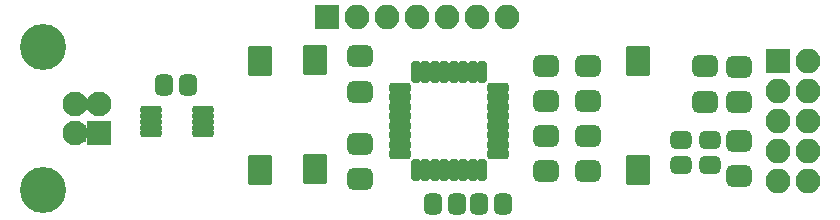
<source format=gts>
G04 #@! TF.GenerationSoftware,KiCad,Pcbnew,(6.0.8)*
G04 #@! TF.CreationDate,2022-10-26T15:13:26+02:00*
G04 #@! TF.ProjectId,F38C_U2S,46333843-5f55-4325-932e-6b696361645f,1.0*
G04 #@! TF.SameCoordinates,Original*
G04 #@! TF.FileFunction,Soldermask,Top*
G04 #@! TF.FilePolarity,Negative*
%FSLAX46Y46*%
G04 Gerber Fmt 4.6, Leading zero omitted, Abs format (unit mm)*
G04 Created by KiCad (PCBNEW (6.0.8)) date 2022-10-26 15:13:26*
%MOMM*%
%LPD*%
G01*
G04 APERTURE LIST*
G04 Aperture macros list*
%AMRoundRect*
0 Rectangle with rounded corners*
0 $1 Rounding radius*
0 $2 $3 $4 $5 $6 $7 $8 $9 X,Y pos of 4 corners*
0 Add a 4 corners polygon primitive as box body*
4,1,4,$2,$3,$4,$5,$6,$7,$8,$9,$2,$3,0*
0 Add four circle primitives for the rounded corners*
1,1,$1+$1,$2,$3*
1,1,$1+$1,$4,$5*
1,1,$1+$1,$6,$7*
1,1,$1+$1,$8,$9*
0 Add four rect primitives between the rounded corners*
20,1,$1+$1,$2,$3,$4,$5,0*
20,1,$1+$1,$4,$5,$6,$7,0*
20,1,$1+$1,$6,$7,$8,$9,0*
20,1,$1+$1,$8,$9,$2,$3,0*%
G04 Aperture macros list end*
%ADD10O,2.100000X2.100000*%
%ADD11RoundRect,0.200000X-0.850000X0.850000X-0.850000X-0.850000X0.850000X-0.850000X0.850000X0.850000X0*%
%ADD12RoundRect,0.200000X-0.850000X-0.850000X0.850000X-0.850000X0.850000X0.850000X-0.850000X0.850000X0*%
%ADD13C,3.900000*%
%ADD14C,2.100000*%
%ADD15RoundRect,0.200000X0.850000X0.850000X-0.850000X0.850000X-0.850000X-0.850000X0.850000X-0.850000X0*%
%ADD16RoundRect,0.450001X-0.624999X0.462499X-0.624999X-0.462499X0.624999X-0.462499X0.624999X0.462499X0*%
%ADD17RoundRect,0.450000X-0.450000X0.325000X-0.450000X-0.325000X0.450000X-0.325000X0.450000X0.325000X0*%
%ADD18RoundRect,0.450000X0.325000X0.450000X-0.325000X0.450000X-0.325000X-0.450000X0.325000X-0.450000X0*%
%ADD19RoundRect,0.450000X-0.325000X-0.450000X0.325000X-0.450000X0.325000X0.450000X-0.325000X0.450000X0*%
%ADD20RoundRect,0.450001X0.624999X-0.462499X0.624999X0.462499X-0.624999X0.462499X-0.624999X-0.462499X0*%
%ADD21RoundRect,0.200000X-0.800000X1.090000X-0.800000X-1.090000X0.800000X-1.090000X0.800000X1.090000X0*%
%ADD22RoundRect,0.200000X-0.700000X-0.150000X0.700000X-0.150000X0.700000X0.150000X-0.700000X0.150000X0*%
%ADD23RoundRect,0.325000X0.625000X-0.125000X0.625000X0.125000X-0.625000X0.125000X-0.625000X-0.125000X0*%
%ADD24RoundRect,0.325000X0.125000X-0.625000X0.125000X0.625000X-0.125000X0.625000X-0.125000X-0.625000X0*%
G04 APERTURE END LIST*
D10*
X156591000Y-50165000D03*
X154051000Y-50165000D03*
X151511000Y-50165000D03*
X148971000Y-50165000D03*
X146431000Y-50165000D03*
X143891000Y-50165000D03*
D11*
X141351000Y-50165000D03*
D10*
X182066500Y-64050000D03*
X179526500Y-64050000D03*
X182066500Y-61510000D03*
X179526500Y-61510000D03*
X182066500Y-58970000D03*
X179526500Y-58970000D03*
X182066500Y-56430000D03*
X179526500Y-56430000D03*
X182066500Y-53890000D03*
D12*
X179526500Y-53890000D03*
D13*
X117290000Y-52730000D03*
X117290000Y-64770000D03*
D14*
X120000000Y-60000000D03*
X120000000Y-57500000D03*
X122000000Y-57500000D03*
D15*
X122000000Y-60000000D03*
D16*
X144157000Y-56475000D03*
X144157000Y-53500000D03*
D17*
X171335000Y-62653000D03*
X171335000Y-60603000D03*
X173748000Y-62662000D03*
X173748000Y-60612000D03*
D18*
X127552800Y-55922000D03*
X129602800Y-55922000D03*
D19*
X156231000Y-66000000D03*
X154181000Y-66000000D03*
D18*
X150316500Y-66000000D03*
X152366500Y-66000000D03*
D16*
X159841500Y-57250000D03*
X159841500Y-54275000D03*
X163397500Y-57250000D03*
X163397500Y-54275000D03*
X173367000Y-57319000D03*
X173367000Y-54344000D03*
D20*
X176224500Y-60630500D03*
X176224500Y-63605500D03*
D16*
X176224500Y-57382500D03*
X176224500Y-54407500D03*
X159841500Y-63225000D03*
X159841500Y-60250000D03*
X163397500Y-63225000D03*
X163397500Y-60250000D03*
D20*
X144157000Y-60875000D03*
X144157000Y-63850000D03*
D21*
X167652000Y-63090000D03*
X167652000Y-53910000D03*
X135648000Y-63090000D03*
X135648000Y-53910000D03*
X140347000Y-63010000D03*
X140347000Y-53830000D03*
D22*
X130837600Y-58020800D03*
X130837600Y-58520800D03*
X130837600Y-59020800D03*
X130837600Y-59520800D03*
X130837600Y-60020800D03*
X126437600Y-60020800D03*
X126437600Y-59520800D03*
X126437600Y-59020800D03*
X126437600Y-58520800D03*
X126437600Y-58020800D03*
D23*
X147475000Y-61770000D03*
X147475000Y-60970000D03*
X147475000Y-60170000D03*
X147475000Y-59370000D03*
X147475000Y-58570000D03*
X147475000Y-57770000D03*
X147475000Y-56970000D03*
X147475000Y-56170000D03*
D24*
X148850000Y-54795000D03*
X149650000Y-54795000D03*
X150450000Y-54795000D03*
X151250000Y-54795000D03*
X152050000Y-54795000D03*
X152850000Y-54795000D03*
X153650000Y-54795000D03*
X154450000Y-54795000D03*
D23*
X155825000Y-56170000D03*
X155825000Y-56970000D03*
X155825000Y-57770000D03*
X155825000Y-58570000D03*
X155825000Y-59370000D03*
X155825000Y-60170000D03*
X155825000Y-60970000D03*
X155825000Y-61770000D03*
D24*
X154450000Y-63145000D03*
X153650000Y-63145000D03*
X152850000Y-63145000D03*
X152050000Y-63145000D03*
X151250000Y-63145000D03*
X150450000Y-63145000D03*
X149650000Y-63145000D03*
X148850000Y-63145000D03*
G36*
X120951725Y-60442296D02*
G01*
X120952000Y-60443308D01*
X120952000Y-60835711D01*
X120951000Y-60837443D01*
X120949000Y-60837443D01*
X120948081Y-60836274D01*
X120928405Y-60769262D01*
X120876062Y-60723907D01*
X120807499Y-60714049D01*
X120746139Y-60741324D01*
X120735566Y-60750118D01*
X120733595Y-60750456D01*
X120732316Y-60748919D01*
X120732773Y-60747273D01*
X120856360Y-60604095D01*
X120948261Y-60442320D01*
X120949986Y-60441308D01*
X120951725Y-60442296D01*
G37*
G36*
X120951469Y-59167866D02*
G01*
X120952000Y-59169223D01*
X120952000Y-59560808D01*
X120951000Y-59562540D01*
X120949000Y-59562540D01*
X120948234Y-59561747D01*
X120872893Y-59420051D01*
X120748031Y-59266955D01*
X120747711Y-59264981D01*
X120749261Y-59263717D01*
X120750470Y-59263899D01*
X120803609Y-59290261D01*
X120872444Y-59282612D01*
X120926202Y-59238975D01*
X120948090Y-59168629D01*
X120949560Y-59167272D01*
X120951469Y-59167866D01*
G37*
G36*
X121001609Y-57802824D02*
G01*
X121002036Y-57803601D01*
X121025604Y-57885793D01*
X121106228Y-58042669D01*
X121106130Y-58044666D01*
X121104351Y-58045581D01*
X121102816Y-58044737D01*
X121099561Y-58040133D01*
X121045036Y-57996938D01*
X120976118Y-57990109D01*
X120914318Y-58021691D01*
X120891557Y-58050919D01*
X120866644Y-58095404D01*
X120866437Y-58095706D01*
X120864082Y-58098538D01*
X120862205Y-58099230D01*
X120860668Y-58097951D01*
X120860805Y-58096271D01*
X120957387Y-57926256D01*
X120998215Y-57803521D01*
X120999711Y-57802193D01*
X121001609Y-57802824D01*
G37*
G36*
X121127980Y-56919703D02*
G01*
X121127875Y-56921408D01*
X121036753Y-57087157D01*
X121001863Y-57197144D01*
X121000386Y-57198492D01*
X120998480Y-57197888D01*
X120998042Y-57197117D01*
X120968914Y-57100641D01*
X120883118Y-56939281D01*
X120883188Y-56937282D01*
X120884954Y-56936343D01*
X120886487Y-56937145D01*
X120902555Y-56958663D01*
X120958187Y-57000413D01*
X121027265Y-57005436D01*
X121088213Y-56972249D01*
X121110204Y-56942433D01*
X121118068Y-56927484D01*
X121118267Y-56927177D01*
X121124551Y-56919206D01*
X121126409Y-56918465D01*
X121127980Y-56919703D01*
G37*
M02*

</source>
